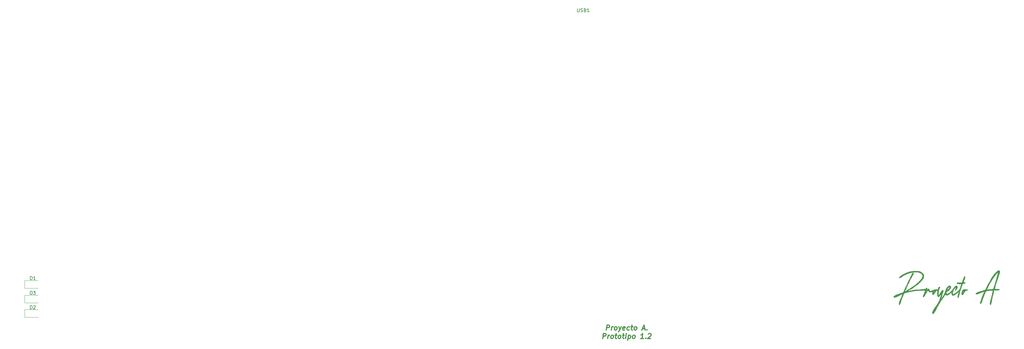
<source format=gbr>
%TF.GenerationSoftware,KiCad,Pcbnew,(5.1.6)-1*%
%TF.CreationDate,2020-07-28T20:53:14+02:00*%
%TF.ProjectId,Proyecto A,50726f79-6563-4746-9f20-412e6b696361,rev?*%
%TF.SameCoordinates,Original*%
%TF.FileFunction,Legend,Top*%
%TF.FilePolarity,Positive*%
%FSLAX46Y46*%
G04 Gerber Fmt 4.6, Leading zero omitted, Abs format (unit mm)*
G04 Created by KiCad (PCBNEW (5.1.6)-1) date 2020-07-28 20:53:14*
%MOMM*%
%LPD*%
G01*
G04 APERTURE LIST*
%ADD10C,0.300000*%
%ADD11C,0.010000*%
%ADD12C,0.120000*%
%ADD13C,0.150000*%
G04 APERTURE END LIST*
D10*
X238139900Y-93630571D02*
X238327400Y-92130571D01*
X238898828Y-92130571D01*
X239032757Y-92202000D01*
X239095257Y-92273428D01*
X239148828Y-92416285D01*
X239122042Y-92630571D01*
X239032757Y-92773428D01*
X238952400Y-92844857D01*
X238800614Y-92916285D01*
X238229185Y-92916285D01*
X239639900Y-93630571D02*
X239764900Y-92630571D01*
X239729185Y-92916285D02*
X239818471Y-92773428D01*
X239898828Y-92702000D01*
X240050614Y-92630571D01*
X240193471Y-92630571D01*
X240782757Y-93630571D02*
X240648828Y-93559142D01*
X240586328Y-93487714D01*
X240532757Y-93344857D01*
X240586328Y-92916285D01*
X240675614Y-92773428D01*
X240755971Y-92702000D01*
X240907757Y-92630571D01*
X241122042Y-92630571D01*
X241255971Y-92702000D01*
X241318471Y-92773428D01*
X241372042Y-92916285D01*
X241318471Y-93344857D01*
X241229185Y-93487714D01*
X241148828Y-93559142D01*
X240997042Y-93630571D01*
X240782757Y-93630571D01*
X241907757Y-92630571D02*
X242139900Y-93630571D01*
X242622042Y-92630571D02*
X242139900Y-93630571D01*
X241952400Y-93987714D01*
X241872042Y-94059142D01*
X241720257Y-94130571D01*
X243648828Y-93559142D02*
X243497042Y-93630571D01*
X243211328Y-93630571D01*
X243077400Y-93559142D01*
X243023828Y-93416285D01*
X243095257Y-92844857D01*
X243184542Y-92702000D01*
X243336328Y-92630571D01*
X243622042Y-92630571D01*
X243755971Y-92702000D01*
X243809542Y-92844857D01*
X243791685Y-92987714D01*
X243059542Y-93130571D01*
X245005971Y-93559142D02*
X244854185Y-93630571D01*
X244568471Y-93630571D01*
X244434542Y-93559142D01*
X244372042Y-93487714D01*
X244318471Y-93344857D01*
X244372042Y-92916285D01*
X244461328Y-92773428D01*
X244541685Y-92702000D01*
X244693471Y-92630571D01*
X244979185Y-92630571D01*
X245113114Y-92702000D01*
X245550614Y-92630571D02*
X246122042Y-92630571D01*
X245827400Y-92130571D02*
X245666685Y-93416285D01*
X245720257Y-93559142D01*
X245854185Y-93630571D01*
X245997042Y-93630571D01*
X246711328Y-93630571D02*
X246577400Y-93559142D01*
X246514900Y-93487714D01*
X246461328Y-93344857D01*
X246514900Y-92916285D01*
X246604185Y-92773428D01*
X246684542Y-92702000D01*
X246836328Y-92630571D01*
X247050614Y-92630571D01*
X247184542Y-92702000D01*
X247247042Y-92773428D01*
X247300614Y-92916285D01*
X247247042Y-93344857D01*
X247157757Y-93487714D01*
X247077400Y-93559142D01*
X246925614Y-93630571D01*
X246711328Y-93630571D01*
X248979185Y-93202000D02*
X249693471Y-93202000D01*
X248782757Y-93630571D02*
X249470257Y-92130571D01*
X249782757Y-93630571D01*
X250300614Y-93487714D02*
X250363114Y-93559142D01*
X250282757Y-93630571D01*
X250220257Y-93559142D01*
X250300614Y-93487714D01*
X250282757Y-93630571D01*
X237068471Y-96180571D02*
X237255971Y-94680571D01*
X237827400Y-94680571D01*
X237961328Y-94752000D01*
X238023828Y-94823428D01*
X238077400Y-94966285D01*
X238050614Y-95180571D01*
X237961328Y-95323428D01*
X237880971Y-95394857D01*
X237729185Y-95466285D01*
X237157757Y-95466285D01*
X238568471Y-96180571D02*
X238693471Y-95180571D01*
X238657757Y-95466285D02*
X238747042Y-95323428D01*
X238827400Y-95252000D01*
X238979185Y-95180571D01*
X239122042Y-95180571D01*
X239711328Y-96180571D02*
X239577400Y-96109142D01*
X239514900Y-96037714D01*
X239461328Y-95894857D01*
X239514900Y-95466285D01*
X239604185Y-95323428D01*
X239684542Y-95252000D01*
X239836328Y-95180571D01*
X240050614Y-95180571D01*
X240184542Y-95252000D01*
X240247042Y-95323428D01*
X240300614Y-95466285D01*
X240247042Y-95894857D01*
X240157757Y-96037714D01*
X240077400Y-96109142D01*
X239925614Y-96180571D01*
X239711328Y-96180571D01*
X240764900Y-95180571D02*
X241336328Y-95180571D01*
X241041685Y-94680571D02*
X240880971Y-95966285D01*
X240934542Y-96109142D01*
X241068471Y-96180571D01*
X241211328Y-96180571D01*
X241925614Y-96180571D02*
X241791685Y-96109142D01*
X241729185Y-96037714D01*
X241675614Y-95894857D01*
X241729185Y-95466285D01*
X241818471Y-95323428D01*
X241898828Y-95252000D01*
X242050614Y-95180571D01*
X242264900Y-95180571D01*
X242398828Y-95252000D01*
X242461328Y-95323428D01*
X242514900Y-95466285D01*
X242461328Y-95894857D01*
X242372042Y-96037714D01*
X242291685Y-96109142D01*
X242139900Y-96180571D01*
X241925614Y-96180571D01*
X242979185Y-95180571D02*
X243550614Y-95180571D01*
X243255971Y-94680571D02*
X243095257Y-95966285D01*
X243148828Y-96109142D01*
X243282757Y-96180571D01*
X243425614Y-96180571D01*
X243925614Y-96180571D02*
X244050614Y-95180571D01*
X244113114Y-94680571D02*
X244032757Y-94752000D01*
X244095257Y-94823428D01*
X244175614Y-94752000D01*
X244113114Y-94680571D01*
X244095257Y-94823428D01*
X244764900Y-95180571D02*
X244577400Y-96680571D01*
X244755971Y-95252000D02*
X244907757Y-95180571D01*
X245193471Y-95180571D01*
X245327400Y-95252000D01*
X245389900Y-95323428D01*
X245443471Y-95466285D01*
X245389900Y-95894857D01*
X245300614Y-96037714D01*
X245220257Y-96109142D01*
X245068471Y-96180571D01*
X244782757Y-96180571D01*
X244648828Y-96109142D01*
X246211328Y-96180571D02*
X246077400Y-96109142D01*
X246014900Y-96037714D01*
X245961328Y-95894857D01*
X246014900Y-95466285D01*
X246104185Y-95323428D01*
X246184542Y-95252000D01*
X246336328Y-95180571D01*
X246550614Y-95180571D01*
X246684542Y-95252000D01*
X246747042Y-95323428D01*
X246800614Y-95466285D01*
X246747042Y-95894857D01*
X246657757Y-96037714D01*
X246577400Y-96109142D01*
X246425614Y-96180571D01*
X246211328Y-96180571D01*
X249282757Y-96180571D02*
X248425614Y-96180571D01*
X248854185Y-96180571D02*
X249041685Y-94680571D01*
X248872042Y-94894857D01*
X248711328Y-95037714D01*
X248559542Y-95109142D01*
X249943471Y-96037714D02*
X250005971Y-96109142D01*
X249925614Y-96180571D01*
X249863114Y-96109142D01*
X249943471Y-96037714D01*
X249925614Y-96180571D01*
X250738114Y-94823428D02*
X250818471Y-94752000D01*
X250970257Y-94680571D01*
X251327400Y-94680571D01*
X251461328Y-94752000D01*
X251523828Y-94823428D01*
X251577400Y-94966285D01*
X251559542Y-95109142D01*
X251461328Y-95323428D01*
X250497042Y-96180571D01*
X251425614Y-96180571D01*
D11*
%TO.C,G\u002A\u002A\u002A*%
G36*
X331388893Y-75887556D02*
G01*
X331889928Y-75953170D01*
X332272688Y-76064101D01*
X332295733Y-76074373D01*
X332789381Y-76361924D01*
X333120614Y-76696385D01*
X333290487Y-77080502D01*
X333300058Y-77517022D01*
X333150383Y-78008689D01*
X333089703Y-78137557D01*
X332831158Y-78536998D01*
X332433878Y-78991633D01*
X331913761Y-79487638D01*
X331286702Y-80011188D01*
X330568595Y-80548457D01*
X329775337Y-81085621D01*
X329497227Y-81262098D01*
X329142502Y-81485109D01*
X328846039Y-81674497D01*
X328634107Y-81813252D01*
X328532972Y-81884364D01*
X328528067Y-81889703D01*
X328603631Y-81885256D01*
X328801737Y-81851855D01*
X329079503Y-81796732D01*
X329079635Y-81796704D01*
X329664787Y-81689981D01*
X330363378Y-81588044D01*
X331119525Y-81497650D01*
X331877346Y-81425554D01*
X332507400Y-81382282D01*
X333010693Y-81353422D01*
X333370666Y-81325476D01*
X333613212Y-81292954D01*
X333764224Y-81250368D01*
X333849594Y-81192229D01*
X333895214Y-81113050D01*
X333904462Y-81086136D01*
X334005478Y-80949096D01*
X334142629Y-80925441D01*
X334247985Y-81026352D01*
X334249179Y-81029399D01*
X334251736Y-81183649D01*
X334198376Y-81389233D01*
X334104440Y-81636667D01*
X334367333Y-81385042D01*
X334595843Y-81222163D01*
X334776363Y-81220835D01*
X334913516Y-81382550D01*
X334983777Y-81584121D01*
X335067889Y-81785915D01*
X335175170Y-81902444D01*
X335180780Y-81904830D01*
X335313955Y-81892744D01*
X335548450Y-81815980D01*
X335836695Y-81690515D01*
X335875827Y-81671365D01*
X336208447Y-81518102D01*
X336468827Y-81436474D01*
X336728939Y-81409374D01*
X336958093Y-81414098D01*
X337471787Y-81438828D01*
X337572316Y-81103291D01*
X337691374Y-80811734D01*
X337829179Y-80639799D01*
X337966770Y-80606607D01*
X338026705Y-80645105D01*
X338064679Y-80758292D01*
X338018556Y-80962348D01*
X337946840Y-81145283D01*
X337829628Y-81478372D01*
X337736932Y-81852278D01*
X337672230Y-82232226D01*
X337638999Y-82583440D01*
X337640715Y-82871142D01*
X337680854Y-83060557D01*
X337749588Y-83118333D01*
X337823863Y-83052486D01*
X337946607Y-82885433D01*
X338014879Y-82778444D01*
X338286792Y-82338368D01*
X338490613Y-82024156D01*
X338642605Y-81814846D01*
X338759031Y-81689477D01*
X338856154Y-81627086D01*
X338921698Y-81609611D01*
X339051797Y-81614685D01*
X339103601Y-81710979D01*
X339111029Y-81863611D01*
X339083906Y-82047285D01*
X339009949Y-82350898D01*
X338899840Y-82735126D01*
X338764260Y-83160642D01*
X338736034Y-83244283D01*
X338601636Y-83645463D01*
X338492284Y-83984786D01*
X338417233Y-84232504D01*
X338385743Y-84358866D01*
X338386150Y-84368639D01*
X338443488Y-84319490D01*
X338563523Y-84155427D01*
X338725821Y-83909059D01*
X338909944Y-83612993D01*
X339095459Y-83299839D01*
X339261928Y-83002202D01*
X339355550Y-82821827D01*
X339525400Y-82448500D01*
X339695772Y-82026067D01*
X339789820Y-81763667D01*
X339895514Y-81501155D01*
X340314419Y-81501155D01*
X340390228Y-81516871D01*
X340564497Y-81403833D01*
X340731341Y-81229036D01*
X340880004Y-81011113D01*
X340966565Y-80818226D01*
X340974067Y-80768182D01*
X340928081Y-80699977D01*
X340812039Y-80743357D01*
X340658812Y-80875446D01*
X340501274Y-81073370D01*
X340473634Y-81116422D01*
X340341267Y-81364655D01*
X340314419Y-81501155D01*
X339895514Y-81501155D01*
X340039823Y-81142738D01*
X340323346Y-80686630D01*
X340641415Y-80393976D01*
X340903726Y-80280815D01*
X341088532Y-80269719D01*
X341224360Y-80374817D01*
X341274412Y-80445574D01*
X341357604Y-80592119D01*
X341374917Y-80722675D01*
X341326356Y-80905348D01*
X341274468Y-81045130D01*
X341082193Y-81386065D01*
X340801797Y-81689076D01*
X340483891Y-81906252D01*
X340290470Y-81976709D01*
X340114312Y-82057532D01*
X340031946Y-82233053D01*
X340020500Y-82297604D01*
X340007569Y-82593947D01*
X340083940Y-82748912D01*
X340258390Y-82768410D01*
X340539693Y-82658352D01*
X340548967Y-82653580D01*
X340853455Y-82455100D01*
X341207705Y-82162238D01*
X341564568Y-81819474D01*
X341876897Y-81471285D01*
X342052115Y-81235543D01*
X342291372Y-80883995D01*
X342479995Y-80645599D01*
X342649728Y-80485564D01*
X342832319Y-80369099D01*
X342852281Y-80358627D01*
X343028557Y-80286793D01*
X343144723Y-80314214D01*
X343212314Y-80373342D01*
X343312759Y-80555951D01*
X343344733Y-80740397D01*
X343306239Y-80949782D01*
X343209019Y-81211139D01*
X343080467Y-81468442D01*
X342947974Y-81665662D01*
X342854187Y-81743738D01*
X342739793Y-81723951D01*
X342701574Y-81585681D01*
X342741174Y-81362491D01*
X342825331Y-81154693D01*
X342936469Y-80895028D01*
X342949016Y-80772307D01*
X342867446Y-80789111D01*
X342696227Y-80948024D01*
X342618255Y-81035036D01*
X342287332Y-81495734D01*
X342046206Y-81994169D01*
X341928336Y-82442439D01*
X341908206Y-82658021D01*
X341941755Y-82754418D01*
X342052795Y-82779125D01*
X342097410Y-82779667D01*
X342317269Y-82721079D01*
X342631419Y-82555017D01*
X343016752Y-82296033D01*
X343450155Y-81958679D01*
X343595207Y-81836564D01*
X343798999Y-81652435D01*
X343943764Y-81484659D01*
X344055873Y-81287548D01*
X344161694Y-81015416D01*
X344277997Y-80653615D01*
X344384175Y-80305792D01*
X344468274Y-80020654D01*
X344519503Y-79835355D01*
X344530067Y-79785782D01*
X344452091Y-79760650D01*
X344244875Y-79741726D01*
X343948487Y-79732209D01*
X343852733Y-79731667D01*
X343515257Y-79728131D01*
X343312999Y-79711849D01*
X343211898Y-79674303D01*
X343177892Y-79606979D01*
X343175400Y-79562333D01*
X343219828Y-79422644D01*
X343281233Y-79388273D01*
X343411831Y-79384083D01*
X343662847Y-79377226D01*
X343985415Y-79369026D01*
X344063855Y-79367106D01*
X344740643Y-79350667D01*
X345056244Y-78419333D01*
X345215604Y-77980073D01*
X345352472Y-77665311D01*
X345459535Y-77490794D01*
X345501545Y-77460576D01*
X345624566Y-77475511D01*
X345669077Y-77596737D01*
X345634161Y-77836137D01*
X345518896Y-78205600D01*
X345424225Y-78459999D01*
X345296417Y-78794660D01*
X345195480Y-79066048D01*
X345134594Y-79238317D01*
X345122733Y-79279912D01*
X345196302Y-79299491D01*
X345375418Y-79294424D01*
X345395385Y-79292583D01*
X345604324Y-79300623D01*
X345692049Y-79388053D01*
X345695953Y-79403918D01*
X345671192Y-79499300D01*
X345529266Y-79563447D01*
X345343023Y-79598948D01*
X345120743Y-79641724D01*
X344986228Y-79715233D01*
X344890217Y-79864373D01*
X344797637Y-80096030D01*
X344688726Y-80405206D01*
X344546681Y-80834088D01*
X344384927Y-81339572D01*
X344216891Y-81878558D01*
X344055999Y-82407942D01*
X343915676Y-82884623D01*
X343809348Y-83265500D01*
X343803470Y-83287667D01*
X343697301Y-83654494D01*
X343608215Y-83871470D01*
X343526018Y-83955867D01*
X343440512Y-83924954D01*
X343432025Y-83916825D01*
X343417274Y-83800149D01*
X343451077Y-83550075D01*
X343527523Y-83193544D01*
X343640704Y-82757494D01*
X343784708Y-82268863D01*
X343814122Y-82175271D01*
X343808183Y-82113763D01*
X343713043Y-82151300D01*
X343516225Y-82294847D01*
X343333538Y-82443572D01*
X342955726Y-82732731D01*
X342588216Y-82969052D01*
X342267182Y-83131811D01*
X342028797Y-83200283D01*
X342011233Y-83201140D01*
X341827867Y-83128384D01*
X341672023Y-82937863D01*
X341578864Y-82680977D01*
X341566733Y-82551391D01*
X341566733Y-82238449D01*
X341291567Y-82500641D01*
X340846657Y-82878587D01*
X340462771Y-83107704D01*
X340143311Y-83186684D01*
X339891676Y-83114222D01*
X339829431Y-83062269D01*
X339742952Y-82987369D01*
X339671363Y-82982310D01*
X339589199Y-83069315D01*
X339470996Y-83270608D01*
X339366453Y-83466310D01*
X339252299Y-83654256D01*
X339062226Y-83937874D01*
X338823018Y-84278203D01*
X338570133Y-84624638D01*
X338069154Y-85369528D01*
X337562239Y-86263108D01*
X337291769Y-86797146D01*
X336948516Y-87475773D01*
X336655036Y-87999914D01*
X336406788Y-88375469D01*
X336199230Y-88608339D01*
X336027823Y-88704423D01*
X335888025Y-88669621D01*
X335865844Y-88649889D01*
X335797198Y-88489798D01*
X335830626Y-88241905D01*
X335969478Y-87899078D01*
X336062102Y-87732667D01*
X336402067Y-87732667D01*
X336444400Y-87775000D01*
X336486733Y-87732667D01*
X336444400Y-87690333D01*
X336402067Y-87732667D01*
X336062102Y-87732667D01*
X336156353Y-87563333D01*
X336486733Y-87563333D01*
X336529067Y-87605667D01*
X336571400Y-87563333D01*
X336529067Y-87521000D01*
X336486733Y-87563333D01*
X336156353Y-87563333D01*
X336217105Y-87454185D01*
X336256180Y-87394000D01*
X336571400Y-87394000D01*
X336613733Y-87436333D01*
X336656067Y-87394000D01*
X336613733Y-87351667D01*
X336571400Y-87394000D01*
X336256180Y-87394000D01*
X336576857Y-86900093D01*
X336911663Y-86423302D01*
X337218091Y-85976105D01*
X337491099Y-85537775D01*
X337704857Y-85151642D01*
X337819000Y-84901240D01*
X337971192Y-84492210D01*
X338125134Y-84061219D01*
X338270812Y-83638471D01*
X338398211Y-83254169D01*
X338497317Y-82938517D01*
X338558114Y-82721718D01*
X338570717Y-82634095D01*
X338514804Y-82682212D01*
X338404572Y-82839445D01*
X338313416Y-82988136D01*
X338060469Y-83346313D01*
X337826348Y-83542787D01*
X337621905Y-83584999D01*
X337457993Y-83480393D01*
X337345466Y-83236409D01*
X337295176Y-82860492D01*
X337317976Y-82360081D01*
X337323931Y-82309620D01*
X337357042Y-82015227D01*
X337375535Y-81796118D01*
X337375672Y-81697198D01*
X337374998Y-81696046D01*
X337287170Y-81695254D01*
X337137931Y-81724833D01*
X336960247Y-81829841D01*
X336787019Y-82067194D01*
X336706446Y-82220468D01*
X336546946Y-82505307D01*
X336373156Y-82755069D01*
X336279387Y-82860274D01*
X336122222Y-82986637D01*
X336012334Y-82997560D01*
X335930601Y-82944188D01*
X335839879Y-82765387D01*
X335846171Y-82484746D01*
X335853899Y-82457962D01*
X336149363Y-82457962D01*
X336175168Y-82504994D01*
X336254336Y-82416303D01*
X336393456Y-82183616D01*
X336449672Y-82081167D01*
X336512779Y-81922333D01*
X336496797Y-81848923D01*
X336491082Y-81848333D01*
X336398853Y-81917772D01*
X336287341Y-82083566D01*
X336192299Y-82281931D01*
X336149481Y-82449082D01*
X336149363Y-82457962D01*
X335853899Y-82457962D01*
X335938010Y-82166471D01*
X335962350Y-82078013D01*
X335912100Y-82063674D01*
X335752174Y-82121206D01*
X335682488Y-82150086D01*
X335315724Y-82252579D01*
X335026364Y-82212639D01*
X334793861Y-82025960D01*
X334740050Y-81952649D01*
X334554230Y-81675965D01*
X334291251Y-81994982D01*
X334125963Y-82224476D01*
X333925003Y-82545056D01*
X333726402Y-82895358D01*
X333686883Y-82970167D01*
X333491905Y-83320382D01*
X333340991Y-83530712D01*
X333219516Y-83620106D01*
X333180447Y-83626333D01*
X333045199Y-83590775D01*
X333015400Y-83543368D01*
X333045144Y-83434804D01*
X333125627Y-83205579D01*
X333243719Y-82891859D01*
X333354067Y-82610333D01*
X333492040Y-82259318D01*
X333602918Y-81968297D01*
X333673704Y-81771959D01*
X333692733Y-81706451D01*
X333613278Y-81684885D01*
X333394303Y-81677375D01*
X333064898Y-81682313D01*
X332654149Y-81698091D01*
X332191146Y-81723100D01*
X331704977Y-81755731D01*
X331224730Y-81794377D01*
X330779492Y-81837427D01*
X330398352Y-81883275D01*
X330336355Y-81892057D01*
X329303095Y-82069804D01*
X328232079Y-82302373D01*
X327665489Y-82445789D01*
X327538313Y-82485098D01*
X327438828Y-82542323D01*
X327350213Y-82644150D01*
X327255642Y-82817263D01*
X327138293Y-83088350D01*
X326981342Y-83484096D01*
X326933408Y-83607015D01*
X326755860Y-84074056D01*
X326581753Y-84551753D01*
X326430951Y-84984429D01*
X326323320Y-85316410D01*
X326322338Y-85319667D01*
X326195892Y-85702381D01*
X326087978Y-85933904D01*
X325987010Y-86029679D01*
X325881404Y-86005148D01*
X325836927Y-85966774D01*
X325805006Y-85847484D01*
X325838760Y-85612493D01*
X325940539Y-85254269D01*
X326112697Y-84765281D01*
X326357585Y-84137996D01*
X326567800Y-83626333D01*
X326704728Y-83290144D01*
X326809496Y-83017511D01*
X326869466Y-82842303D01*
X326877801Y-82795483D01*
X326796240Y-82818929D01*
X326599835Y-82904120D01*
X326324230Y-83035173D01*
X326187328Y-83103139D01*
X325796240Y-83294080D01*
X325379336Y-83488809D01*
X325019283Y-83648817D01*
X324981220Y-83664952D01*
X324685684Y-83782518D01*
X324501784Y-83832737D01*
X324388895Y-83822359D01*
X324321943Y-83774495D01*
X324246023Y-83616853D01*
X324254088Y-83525464D01*
X324358041Y-83425342D01*
X324593275Y-83283176D01*
X324930932Y-83111951D01*
X325342150Y-82924657D01*
X325798072Y-82734280D01*
X326269836Y-82553807D01*
X326728584Y-82396226D01*
X326843364Y-82360240D01*
X326966669Y-82315210D01*
X327068156Y-82248641D01*
X327164760Y-82134765D01*
X327273414Y-81947819D01*
X327411054Y-81662035D01*
X327594613Y-81251650D01*
X327640502Y-81147404D01*
X327828763Y-80727448D01*
X328071828Y-80197598D01*
X328350023Y-79600041D01*
X328643677Y-78976958D01*
X328933117Y-78370535D01*
X329006055Y-78219142D01*
X329294135Y-77627806D01*
X329521011Y-77175735D01*
X329695301Y-76847926D01*
X329825621Y-76629375D01*
X329920587Y-76505078D01*
X329988817Y-76460032D01*
X330015009Y-76462309D01*
X330150756Y-76507516D01*
X330185991Y-76514333D01*
X330226962Y-76579251D01*
X330191217Y-76745461D01*
X330090956Y-76970143D01*
X330022663Y-77087516D01*
X329837250Y-77401502D01*
X329598743Y-77834276D01*
X329325090Y-78350916D01*
X329034239Y-78916500D01*
X328744138Y-79496105D01*
X328472733Y-80054810D01*
X328237974Y-80557692D01*
X328228612Y-80578333D01*
X327993191Y-81096390D01*
X327822723Y-81475690D01*
X327715140Y-81732980D01*
X327668372Y-81885008D01*
X327680351Y-81948524D01*
X327749009Y-81940273D01*
X327872277Y-81877006D01*
X328048088Y-81775468D01*
X328083225Y-81755508D01*
X329018710Y-81201522D01*
X329879157Y-80640305D01*
X330654137Y-80081281D01*
X331333221Y-79533870D01*
X331905979Y-79007496D01*
X332361982Y-78511578D01*
X332690801Y-78055540D01*
X332882006Y-77648804D01*
X332928874Y-77377962D01*
X332855452Y-77036500D01*
X332625187Y-76738708D01*
X332233546Y-76478928D01*
X332191300Y-76457745D01*
X331966295Y-76353161D01*
X331770654Y-76284949D01*
X331558903Y-76246001D01*
X331285567Y-76229206D01*
X330905173Y-76227455D01*
X330729400Y-76229182D01*
X329679339Y-76314669D01*
X328697807Y-76550043D01*
X327767623Y-76941227D01*
X326871605Y-77494145D01*
X326705444Y-77616733D01*
X326431801Y-77809090D01*
X326199299Y-77945751D01*
X326046526Y-78004954D01*
X326019483Y-78003526D01*
X325914770Y-77904685D01*
X325949203Y-77754169D01*
X326104812Y-77563452D01*
X326363627Y-77344009D01*
X326707676Y-77107312D01*
X327118988Y-76864838D01*
X327579593Y-76628059D01*
X328071519Y-76408451D01*
X328576796Y-76217486D01*
X329036067Y-76077473D01*
X329593169Y-75962217D01*
X330198809Y-75892119D01*
X330811285Y-75867219D01*
X331388893Y-75887556D01*
G37*
X331388893Y-75887556D02*
X331889928Y-75953170D01*
X332272688Y-76064101D01*
X332295733Y-76074373D01*
X332789381Y-76361924D01*
X333120614Y-76696385D01*
X333290487Y-77080502D01*
X333300058Y-77517022D01*
X333150383Y-78008689D01*
X333089703Y-78137557D01*
X332831158Y-78536998D01*
X332433878Y-78991633D01*
X331913761Y-79487638D01*
X331286702Y-80011188D01*
X330568595Y-80548457D01*
X329775337Y-81085621D01*
X329497227Y-81262098D01*
X329142502Y-81485109D01*
X328846039Y-81674497D01*
X328634107Y-81813252D01*
X328532972Y-81884364D01*
X328528067Y-81889703D01*
X328603631Y-81885256D01*
X328801737Y-81851855D01*
X329079503Y-81796732D01*
X329079635Y-81796704D01*
X329664787Y-81689981D01*
X330363378Y-81588044D01*
X331119525Y-81497650D01*
X331877346Y-81425554D01*
X332507400Y-81382282D01*
X333010693Y-81353422D01*
X333370666Y-81325476D01*
X333613212Y-81292954D01*
X333764224Y-81250368D01*
X333849594Y-81192229D01*
X333895214Y-81113050D01*
X333904462Y-81086136D01*
X334005478Y-80949096D01*
X334142629Y-80925441D01*
X334247985Y-81026352D01*
X334249179Y-81029399D01*
X334251736Y-81183649D01*
X334198376Y-81389233D01*
X334104440Y-81636667D01*
X334367333Y-81385042D01*
X334595843Y-81222163D01*
X334776363Y-81220835D01*
X334913516Y-81382550D01*
X334983777Y-81584121D01*
X335067889Y-81785915D01*
X335175170Y-81902444D01*
X335180780Y-81904830D01*
X335313955Y-81892744D01*
X335548450Y-81815980D01*
X335836695Y-81690515D01*
X335875827Y-81671365D01*
X336208447Y-81518102D01*
X336468827Y-81436474D01*
X336728939Y-81409374D01*
X336958093Y-81414098D01*
X337471787Y-81438828D01*
X337572316Y-81103291D01*
X337691374Y-80811734D01*
X337829179Y-80639799D01*
X337966770Y-80606607D01*
X338026705Y-80645105D01*
X338064679Y-80758292D01*
X338018556Y-80962348D01*
X337946840Y-81145283D01*
X337829628Y-81478372D01*
X337736932Y-81852278D01*
X337672230Y-82232226D01*
X337638999Y-82583440D01*
X337640715Y-82871142D01*
X337680854Y-83060557D01*
X337749588Y-83118333D01*
X337823863Y-83052486D01*
X337946607Y-82885433D01*
X338014879Y-82778444D01*
X338286792Y-82338368D01*
X338490613Y-82024156D01*
X338642605Y-81814846D01*
X338759031Y-81689477D01*
X338856154Y-81627086D01*
X338921698Y-81609611D01*
X339051797Y-81614685D01*
X339103601Y-81710979D01*
X339111029Y-81863611D01*
X339083906Y-82047285D01*
X339009949Y-82350898D01*
X338899840Y-82735126D01*
X338764260Y-83160642D01*
X338736034Y-83244283D01*
X338601636Y-83645463D01*
X338492284Y-83984786D01*
X338417233Y-84232504D01*
X338385743Y-84358866D01*
X338386150Y-84368639D01*
X338443488Y-84319490D01*
X338563523Y-84155427D01*
X338725821Y-83909059D01*
X338909944Y-83612993D01*
X339095459Y-83299839D01*
X339261928Y-83002202D01*
X339355550Y-82821827D01*
X339525400Y-82448500D01*
X339695772Y-82026067D01*
X339789820Y-81763667D01*
X339895514Y-81501155D01*
X340314419Y-81501155D01*
X340390228Y-81516871D01*
X340564497Y-81403833D01*
X340731341Y-81229036D01*
X340880004Y-81011113D01*
X340966565Y-80818226D01*
X340974067Y-80768182D01*
X340928081Y-80699977D01*
X340812039Y-80743357D01*
X340658812Y-80875446D01*
X340501274Y-81073370D01*
X340473634Y-81116422D01*
X340341267Y-81364655D01*
X340314419Y-81501155D01*
X339895514Y-81501155D01*
X340039823Y-81142738D01*
X340323346Y-80686630D01*
X340641415Y-80393976D01*
X340903726Y-80280815D01*
X341088532Y-80269719D01*
X341224360Y-80374817D01*
X341274412Y-80445574D01*
X341357604Y-80592119D01*
X341374917Y-80722675D01*
X341326356Y-80905348D01*
X341274468Y-81045130D01*
X341082193Y-81386065D01*
X340801797Y-81689076D01*
X340483891Y-81906252D01*
X340290470Y-81976709D01*
X340114312Y-82057532D01*
X340031946Y-82233053D01*
X340020500Y-82297604D01*
X340007569Y-82593947D01*
X340083940Y-82748912D01*
X340258390Y-82768410D01*
X340539693Y-82658352D01*
X340548967Y-82653580D01*
X340853455Y-82455100D01*
X341207705Y-82162238D01*
X341564568Y-81819474D01*
X341876897Y-81471285D01*
X342052115Y-81235543D01*
X342291372Y-80883995D01*
X342479995Y-80645599D01*
X342649728Y-80485564D01*
X342832319Y-80369099D01*
X342852281Y-80358627D01*
X343028557Y-80286793D01*
X343144723Y-80314214D01*
X343212314Y-80373342D01*
X343312759Y-80555951D01*
X343344733Y-80740397D01*
X343306239Y-80949782D01*
X343209019Y-81211139D01*
X343080467Y-81468442D01*
X342947974Y-81665662D01*
X342854187Y-81743738D01*
X342739793Y-81723951D01*
X342701574Y-81585681D01*
X342741174Y-81362491D01*
X342825331Y-81154693D01*
X342936469Y-80895028D01*
X342949016Y-80772307D01*
X342867446Y-80789111D01*
X342696227Y-80948024D01*
X342618255Y-81035036D01*
X342287332Y-81495734D01*
X342046206Y-81994169D01*
X341928336Y-82442439D01*
X341908206Y-82658021D01*
X341941755Y-82754418D01*
X342052795Y-82779125D01*
X342097410Y-82779667D01*
X342317269Y-82721079D01*
X342631419Y-82555017D01*
X343016752Y-82296033D01*
X343450155Y-81958679D01*
X343595207Y-81836564D01*
X343798999Y-81652435D01*
X343943764Y-81484659D01*
X344055873Y-81287548D01*
X344161694Y-81015416D01*
X344277997Y-80653615D01*
X344384175Y-80305792D01*
X344468274Y-80020654D01*
X344519503Y-79835355D01*
X344530067Y-79785782D01*
X344452091Y-79760650D01*
X344244875Y-79741726D01*
X343948487Y-79732209D01*
X343852733Y-79731667D01*
X343515257Y-79728131D01*
X343312999Y-79711849D01*
X343211898Y-79674303D01*
X343177892Y-79606979D01*
X343175400Y-79562333D01*
X343219828Y-79422644D01*
X343281233Y-79388273D01*
X343411831Y-79384083D01*
X343662847Y-79377226D01*
X343985415Y-79369026D01*
X344063855Y-79367106D01*
X344740643Y-79350667D01*
X345056244Y-78419333D01*
X345215604Y-77980073D01*
X345352472Y-77665311D01*
X345459535Y-77490794D01*
X345501545Y-77460576D01*
X345624566Y-77475511D01*
X345669077Y-77596737D01*
X345634161Y-77836137D01*
X345518896Y-78205600D01*
X345424225Y-78459999D01*
X345296417Y-78794660D01*
X345195480Y-79066048D01*
X345134594Y-79238317D01*
X345122733Y-79279912D01*
X345196302Y-79299491D01*
X345375418Y-79294424D01*
X345395385Y-79292583D01*
X345604324Y-79300623D01*
X345692049Y-79388053D01*
X345695953Y-79403918D01*
X345671192Y-79499300D01*
X345529266Y-79563447D01*
X345343023Y-79598948D01*
X345120743Y-79641724D01*
X344986228Y-79715233D01*
X344890217Y-79864373D01*
X344797637Y-80096030D01*
X344688726Y-80405206D01*
X344546681Y-80834088D01*
X344384927Y-81339572D01*
X344216891Y-81878558D01*
X344055999Y-82407942D01*
X343915676Y-82884623D01*
X343809348Y-83265500D01*
X343803470Y-83287667D01*
X343697301Y-83654494D01*
X343608215Y-83871470D01*
X343526018Y-83955867D01*
X343440512Y-83924954D01*
X343432025Y-83916825D01*
X343417274Y-83800149D01*
X343451077Y-83550075D01*
X343527523Y-83193544D01*
X343640704Y-82757494D01*
X343784708Y-82268863D01*
X343814122Y-82175271D01*
X343808183Y-82113763D01*
X343713043Y-82151300D01*
X343516225Y-82294847D01*
X343333538Y-82443572D01*
X342955726Y-82732731D01*
X342588216Y-82969052D01*
X342267182Y-83131811D01*
X342028797Y-83200283D01*
X342011233Y-83201140D01*
X341827867Y-83128384D01*
X341672023Y-82937863D01*
X341578864Y-82680977D01*
X341566733Y-82551391D01*
X341566733Y-82238449D01*
X341291567Y-82500641D01*
X340846657Y-82878587D01*
X340462771Y-83107704D01*
X340143311Y-83186684D01*
X339891676Y-83114222D01*
X339829431Y-83062269D01*
X339742952Y-82987369D01*
X339671363Y-82982310D01*
X339589199Y-83069315D01*
X339470996Y-83270608D01*
X339366453Y-83466310D01*
X339252299Y-83654256D01*
X339062226Y-83937874D01*
X338823018Y-84278203D01*
X338570133Y-84624638D01*
X338069154Y-85369528D01*
X337562239Y-86263108D01*
X337291769Y-86797146D01*
X336948516Y-87475773D01*
X336655036Y-87999914D01*
X336406788Y-88375469D01*
X336199230Y-88608339D01*
X336027823Y-88704423D01*
X335888025Y-88669621D01*
X335865844Y-88649889D01*
X335797198Y-88489798D01*
X335830626Y-88241905D01*
X335969478Y-87899078D01*
X336062102Y-87732667D01*
X336402067Y-87732667D01*
X336444400Y-87775000D01*
X336486733Y-87732667D01*
X336444400Y-87690333D01*
X336402067Y-87732667D01*
X336062102Y-87732667D01*
X336156353Y-87563333D01*
X336486733Y-87563333D01*
X336529067Y-87605667D01*
X336571400Y-87563333D01*
X336529067Y-87521000D01*
X336486733Y-87563333D01*
X336156353Y-87563333D01*
X336217105Y-87454185D01*
X336256180Y-87394000D01*
X336571400Y-87394000D01*
X336613733Y-87436333D01*
X336656067Y-87394000D01*
X336613733Y-87351667D01*
X336571400Y-87394000D01*
X336256180Y-87394000D01*
X336576857Y-86900093D01*
X336911663Y-86423302D01*
X337218091Y-85976105D01*
X337491099Y-85537775D01*
X337704857Y-85151642D01*
X337819000Y-84901240D01*
X337971192Y-84492210D01*
X338125134Y-84061219D01*
X338270812Y-83638471D01*
X338398211Y-83254169D01*
X338497317Y-82938517D01*
X338558114Y-82721718D01*
X338570717Y-82634095D01*
X338514804Y-82682212D01*
X338404572Y-82839445D01*
X338313416Y-82988136D01*
X338060469Y-83346313D01*
X337826348Y-83542787D01*
X337621905Y-83584999D01*
X337457993Y-83480393D01*
X337345466Y-83236409D01*
X337295176Y-82860492D01*
X337317976Y-82360081D01*
X337323931Y-82309620D01*
X337357042Y-82015227D01*
X337375535Y-81796118D01*
X337375672Y-81697198D01*
X337374998Y-81696046D01*
X337287170Y-81695254D01*
X337137931Y-81724833D01*
X336960247Y-81829841D01*
X336787019Y-82067194D01*
X336706446Y-82220468D01*
X336546946Y-82505307D01*
X336373156Y-82755069D01*
X336279387Y-82860274D01*
X336122222Y-82986637D01*
X336012334Y-82997560D01*
X335930601Y-82944188D01*
X335839879Y-82765387D01*
X335846171Y-82484746D01*
X335853899Y-82457962D01*
X336149363Y-82457962D01*
X336175168Y-82504994D01*
X336254336Y-82416303D01*
X336393456Y-82183616D01*
X336449672Y-82081167D01*
X336512779Y-81922333D01*
X336496797Y-81848923D01*
X336491082Y-81848333D01*
X336398853Y-81917772D01*
X336287341Y-82083566D01*
X336192299Y-82281931D01*
X336149481Y-82449082D01*
X336149363Y-82457962D01*
X335853899Y-82457962D01*
X335938010Y-82166471D01*
X335962350Y-82078013D01*
X335912100Y-82063674D01*
X335752174Y-82121206D01*
X335682488Y-82150086D01*
X335315724Y-82252579D01*
X335026364Y-82212639D01*
X334793861Y-82025960D01*
X334740050Y-81952649D01*
X334554230Y-81675965D01*
X334291251Y-81994982D01*
X334125963Y-82224476D01*
X333925003Y-82545056D01*
X333726402Y-82895358D01*
X333686883Y-82970167D01*
X333491905Y-83320382D01*
X333340991Y-83530712D01*
X333219516Y-83620106D01*
X333180447Y-83626333D01*
X333045199Y-83590775D01*
X333015400Y-83543368D01*
X333045144Y-83434804D01*
X333125627Y-83205579D01*
X333243719Y-82891859D01*
X333354067Y-82610333D01*
X333492040Y-82259318D01*
X333602918Y-81968297D01*
X333673704Y-81771959D01*
X333692733Y-81706451D01*
X333613278Y-81684885D01*
X333394303Y-81677375D01*
X333064898Y-81682313D01*
X332654149Y-81698091D01*
X332191146Y-81723100D01*
X331704977Y-81755731D01*
X331224730Y-81794377D01*
X330779492Y-81837427D01*
X330398352Y-81883275D01*
X330336355Y-81892057D01*
X329303095Y-82069804D01*
X328232079Y-82302373D01*
X327665489Y-82445789D01*
X327538313Y-82485098D01*
X327438828Y-82542323D01*
X327350213Y-82644150D01*
X327255642Y-82817263D01*
X327138293Y-83088350D01*
X326981342Y-83484096D01*
X326933408Y-83607015D01*
X326755860Y-84074056D01*
X326581753Y-84551753D01*
X326430951Y-84984429D01*
X326323320Y-85316410D01*
X326322338Y-85319667D01*
X326195892Y-85702381D01*
X326087978Y-85933904D01*
X325987010Y-86029679D01*
X325881404Y-86005148D01*
X325836927Y-85966774D01*
X325805006Y-85847484D01*
X325838760Y-85612493D01*
X325940539Y-85254269D01*
X326112697Y-84765281D01*
X326357585Y-84137996D01*
X326567800Y-83626333D01*
X326704728Y-83290144D01*
X326809496Y-83017511D01*
X326869466Y-82842303D01*
X326877801Y-82795483D01*
X326796240Y-82818929D01*
X326599835Y-82904120D01*
X326324230Y-83035173D01*
X326187328Y-83103139D01*
X325796240Y-83294080D01*
X325379336Y-83488809D01*
X325019283Y-83648817D01*
X324981220Y-83664952D01*
X324685684Y-83782518D01*
X324501784Y-83832737D01*
X324388895Y-83822359D01*
X324321943Y-83774495D01*
X324246023Y-83616853D01*
X324254088Y-83525464D01*
X324358041Y-83425342D01*
X324593275Y-83283176D01*
X324930932Y-83111951D01*
X325342150Y-82924657D01*
X325798072Y-82734280D01*
X326269836Y-82553807D01*
X326728584Y-82396226D01*
X326843364Y-82360240D01*
X326966669Y-82315210D01*
X327068156Y-82248641D01*
X327164760Y-82134765D01*
X327273414Y-81947819D01*
X327411054Y-81662035D01*
X327594613Y-81251650D01*
X327640502Y-81147404D01*
X327828763Y-80727448D01*
X328071828Y-80197598D01*
X328350023Y-79600041D01*
X328643677Y-78976958D01*
X328933117Y-78370535D01*
X329006055Y-78219142D01*
X329294135Y-77627806D01*
X329521011Y-77175735D01*
X329695301Y-76847926D01*
X329825621Y-76629375D01*
X329920587Y-76505078D01*
X329988817Y-76460032D01*
X330015009Y-76462309D01*
X330150756Y-76507516D01*
X330185991Y-76514333D01*
X330226962Y-76579251D01*
X330191217Y-76745461D01*
X330090956Y-76970143D01*
X330022663Y-77087516D01*
X329837250Y-77401502D01*
X329598743Y-77834276D01*
X329325090Y-78350916D01*
X329034239Y-78916500D01*
X328744138Y-79496105D01*
X328472733Y-80054810D01*
X328237974Y-80557692D01*
X328228612Y-80578333D01*
X327993191Y-81096390D01*
X327822723Y-81475690D01*
X327715140Y-81732980D01*
X327668372Y-81885008D01*
X327680351Y-81948524D01*
X327749009Y-81940273D01*
X327872277Y-81877006D01*
X328048088Y-81775468D01*
X328083225Y-81755508D01*
X329018710Y-81201522D01*
X329879157Y-80640305D01*
X330654137Y-80081281D01*
X331333221Y-79533870D01*
X331905979Y-79007496D01*
X332361982Y-78511578D01*
X332690801Y-78055540D01*
X332882006Y-77648804D01*
X332928874Y-77377962D01*
X332855452Y-77036500D01*
X332625187Y-76738708D01*
X332233546Y-76478928D01*
X332191300Y-76457745D01*
X331966295Y-76353161D01*
X331770654Y-76284949D01*
X331558903Y-76246001D01*
X331285567Y-76229206D01*
X330905173Y-76227455D01*
X330729400Y-76229182D01*
X329679339Y-76314669D01*
X328697807Y-76550043D01*
X327767623Y-76941227D01*
X326871605Y-77494145D01*
X326705444Y-77616733D01*
X326431801Y-77809090D01*
X326199299Y-77945751D01*
X326046526Y-78004954D01*
X326019483Y-78003526D01*
X325914770Y-77904685D01*
X325949203Y-77754169D01*
X326104812Y-77563452D01*
X326363627Y-77344009D01*
X326707676Y-77107312D01*
X327118988Y-76864838D01*
X327579593Y-76628059D01*
X328071519Y-76408451D01*
X328576796Y-76217486D01*
X329036067Y-76077473D01*
X329593169Y-75962217D01*
X330198809Y-75892119D01*
X330811285Y-75867219D01*
X331388893Y-75887556D01*
G36*
X355898811Y-75737396D02*
G01*
X355911239Y-75746944D01*
X356010806Y-75910025D01*
X356044733Y-76097401D01*
X356019134Y-76239850D01*
X355946972Y-76519203D01*
X355835205Y-76911710D01*
X355690787Y-77393619D01*
X355520674Y-77941180D01*
X355334891Y-78521201D01*
X355143738Y-79112729D01*
X354967712Y-79663828D01*
X354814394Y-80150259D01*
X354691362Y-80547785D01*
X354606197Y-80832166D01*
X354566937Y-80976980D01*
X354508825Y-81248626D01*
X355212343Y-81273313D01*
X355565832Y-81291031D01*
X355783193Y-81319049D01*
X355897615Y-81365205D01*
X355942285Y-81437339D01*
X355944172Y-81446167D01*
X355941117Y-81515294D01*
X355880166Y-81558980D01*
X355731640Y-81582909D01*
X355465860Y-81592762D01*
X355170322Y-81594333D01*
X354368161Y-81594333D01*
X353985075Y-83181833D01*
X353861281Y-83701283D01*
X353748518Y-84186506D01*
X353654162Y-84604809D01*
X353585591Y-84923500D01*
X353550465Y-85108000D01*
X353488683Y-85485326D01*
X353435206Y-85726953D01*
X353379693Y-85865486D01*
X353311807Y-85933531D01*
X353284688Y-85946166D01*
X353152036Y-85923682D01*
X353110176Y-85865201D01*
X353094981Y-85744133D01*
X353112646Y-85532191D01*
X353165844Y-85215998D01*
X353257250Y-84782176D01*
X353389539Y-84217349D01*
X353565385Y-83508139D01*
X353640612Y-83211984D01*
X353758667Y-82737361D01*
X353856287Y-82321078D01*
X353927636Y-81990080D01*
X353966878Y-81771311D01*
X353969753Y-81692464D01*
X353872668Y-81683190D01*
X353649092Y-81692664D01*
X353340290Y-81716583D01*
X352987527Y-81750640D01*
X352632069Y-81790530D01*
X352315181Y-81831946D01*
X352078128Y-81870585D01*
X351962576Y-81901888D01*
X351870845Y-82023954D01*
X351732872Y-82302533D01*
X351551034Y-82731934D01*
X351327709Y-83306466D01*
X351065277Y-84020439D01*
X350994212Y-84219000D01*
X350832095Y-84666309D01*
X350683884Y-85060759D01*
X350560965Y-85373149D01*
X350474723Y-85574279D01*
X350443228Y-85632134D01*
X350308924Y-85694369D01*
X350172727Y-85645093D01*
X350118067Y-85526888D01*
X350147453Y-85407857D01*
X350227977Y-85162151D01*
X350348189Y-84820435D01*
X350496637Y-84413375D01*
X350661870Y-83971636D01*
X350832436Y-83525885D01*
X350996886Y-83106787D01*
X351143766Y-82745009D01*
X351246680Y-82504500D01*
X351347546Y-82254399D01*
X351398383Y-82078735D01*
X351390153Y-82017667D01*
X351263642Y-82046668D01*
X351021205Y-82123642D01*
X350704086Y-82233540D01*
X350353529Y-82361315D01*
X350010779Y-82491920D01*
X349717079Y-82610306D01*
X349513673Y-82701428D01*
X349507606Y-82704492D01*
X349176666Y-82836322D01*
X348943546Y-82848433D01*
X348818622Y-82740330D01*
X348817513Y-82737502D01*
X348850303Y-82600649D01*
X349046714Y-82443567D01*
X349407732Y-82265796D01*
X349934342Y-82066874D01*
X350627528Y-81846341D01*
X350878571Y-81772888D01*
X351275719Y-81651028D01*
X351538727Y-81548329D01*
X351666404Y-81469809D01*
X352163082Y-81469809D01*
X352190104Y-81502769D01*
X352268408Y-81482371D01*
X352407302Y-81453294D01*
X352662228Y-81419250D01*
X352980302Y-81387210D01*
X353009241Y-81384744D01*
X353465828Y-81346269D01*
X353783643Y-81310691D01*
X353992290Y-81262941D01*
X354121376Y-81187950D01*
X354200505Y-81070648D01*
X354259282Y-80895967D01*
X354306047Y-80724660D01*
X354374173Y-80484954D01*
X354481648Y-80116044D01*
X354618772Y-79650798D01*
X354775845Y-79122087D01*
X354943165Y-78562779D01*
X354994021Y-78393562D01*
X355151883Y-77863575D01*
X355291682Y-77384062D01*
X355406346Y-76980116D01*
X355488807Y-76676830D01*
X355531994Y-76499296D01*
X355536733Y-76467396D01*
X355508864Y-76363464D01*
X355416788Y-76375415D01*
X355247807Y-76510053D01*
X355014398Y-76747166D01*
X354666436Y-77161529D01*
X354269811Y-77707114D01*
X353840452Y-78358614D01*
X353394287Y-79090721D01*
X352947245Y-79878128D01*
X352515255Y-80695527D01*
X352457822Y-80809053D01*
X352290141Y-81147120D01*
X352194161Y-81359316D01*
X352163082Y-81469809D01*
X351666404Y-81469809D01*
X351699265Y-81449600D01*
X351789005Y-81339648D01*
X351791462Y-81335008D01*
X352272738Y-80415641D01*
X352687472Y-79632874D01*
X353044617Y-78971736D01*
X353353125Y-78417256D01*
X353621951Y-77954462D01*
X353860047Y-77568382D01*
X354076366Y-77244045D01*
X354279862Y-76966479D01*
X354479486Y-76720711D01*
X354684193Y-76491772D01*
X354693976Y-76481295D01*
X355103119Y-76078698D01*
X355442517Y-75819181D01*
X355708854Y-75704747D01*
X355898811Y-75737396D01*
G37*
X355898811Y-75737396D02*
X355911239Y-75746944D01*
X356010806Y-75910025D01*
X356044733Y-76097401D01*
X356019134Y-76239850D01*
X355946972Y-76519203D01*
X355835205Y-76911710D01*
X355690787Y-77393619D01*
X355520674Y-77941180D01*
X355334891Y-78521201D01*
X355143738Y-79112729D01*
X354967712Y-79663828D01*
X354814394Y-80150259D01*
X354691362Y-80547785D01*
X354606197Y-80832166D01*
X354566937Y-80976980D01*
X354508825Y-81248626D01*
X355212343Y-81273313D01*
X355565832Y-81291031D01*
X355783193Y-81319049D01*
X355897615Y-81365205D01*
X355942285Y-81437339D01*
X355944172Y-81446167D01*
X355941117Y-81515294D01*
X355880166Y-81558980D01*
X355731640Y-81582909D01*
X355465860Y-81592762D01*
X355170322Y-81594333D01*
X354368161Y-81594333D01*
X353985075Y-83181833D01*
X353861281Y-83701283D01*
X353748518Y-84186506D01*
X353654162Y-84604809D01*
X353585591Y-84923500D01*
X353550465Y-85108000D01*
X353488683Y-85485326D01*
X353435206Y-85726953D01*
X353379693Y-85865486D01*
X353311807Y-85933531D01*
X353284688Y-85946166D01*
X353152036Y-85923682D01*
X353110176Y-85865201D01*
X353094981Y-85744133D01*
X353112646Y-85532191D01*
X353165844Y-85215998D01*
X353257250Y-84782176D01*
X353389539Y-84217349D01*
X353565385Y-83508139D01*
X353640612Y-83211984D01*
X353758667Y-82737361D01*
X353856287Y-82321078D01*
X353927636Y-81990080D01*
X353966878Y-81771311D01*
X353969753Y-81692464D01*
X353872668Y-81683190D01*
X353649092Y-81692664D01*
X353340290Y-81716583D01*
X352987527Y-81750640D01*
X352632069Y-81790530D01*
X352315181Y-81831946D01*
X352078128Y-81870585D01*
X351962576Y-81901888D01*
X351870845Y-82023954D01*
X351732872Y-82302533D01*
X351551034Y-82731934D01*
X351327709Y-83306466D01*
X351065277Y-84020439D01*
X350994212Y-84219000D01*
X350832095Y-84666309D01*
X350683884Y-85060759D01*
X350560965Y-85373149D01*
X350474723Y-85574279D01*
X350443228Y-85632134D01*
X350308924Y-85694369D01*
X350172727Y-85645093D01*
X350118067Y-85526888D01*
X350147453Y-85407857D01*
X350227977Y-85162151D01*
X350348189Y-84820435D01*
X350496637Y-84413375D01*
X350661870Y-83971636D01*
X350832436Y-83525885D01*
X350996886Y-83106787D01*
X351143766Y-82745009D01*
X351246680Y-82504500D01*
X351347546Y-82254399D01*
X351398383Y-82078735D01*
X351390153Y-82017667D01*
X351263642Y-82046668D01*
X351021205Y-82123642D01*
X350704086Y-82233540D01*
X350353529Y-82361315D01*
X350010779Y-82491920D01*
X349717079Y-82610306D01*
X349513673Y-82701428D01*
X349507606Y-82704492D01*
X349176666Y-82836322D01*
X348943546Y-82848433D01*
X348818622Y-82740330D01*
X348817513Y-82737502D01*
X348850303Y-82600649D01*
X349046714Y-82443567D01*
X349407732Y-82265796D01*
X349934342Y-82066874D01*
X350627528Y-81846341D01*
X350878571Y-81772888D01*
X351275719Y-81651028D01*
X351538727Y-81548329D01*
X351666404Y-81469809D01*
X352163082Y-81469809D01*
X352190104Y-81502769D01*
X352268408Y-81482371D01*
X352407302Y-81453294D01*
X352662228Y-81419250D01*
X352980302Y-81387210D01*
X353009241Y-81384744D01*
X353465828Y-81346269D01*
X353783643Y-81310691D01*
X353992290Y-81262941D01*
X354121376Y-81187950D01*
X354200505Y-81070648D01*
X354259282Y-80895967D01*
X354306047Y-80724660D01*
X354374173Y-80484954D01*
X354481648Y-80116044D01*
X354618772Y-79650798D01*
X354775845Y-79122087D01*
X354943165Y-78562779D01*
X354994021Y-78393562D01*
X355151883Y-77863575D01*
X355291682Y-77384062D01*
X355406346Y-76980116D01*
X355488807Y-76676830D01*
X355531994Y-76499296D01*
X355536733Y-76467396D01*
X355508864Y-76363464D01*
X355416788Y-76375415D01*
X355247807Y-76510053D01*
X355014398Y-76747166D01*
X354666436Y-77161529D01*
X354269811Y-77707114D01*
X353840452Y-78358614D01*
X353394287Y-79090721D01*
X352947245Y-79878128D01*
X352515255Y-80695527D01*
X352457822Y-80809053D01*
X352290141Y-81147120D01*
X352194161Y-81359316D01*
X352163082Y-81469809D01*
X351666404Y-81469809D01*
X351699265Y-81449600D01*
X351789005Y-81339648D01*
X351791462Y-81335008D01*
X352272738Y-80415641D01*
X352687472Y-79632874D01*
X353044617Y-78971736D01*
X353353125Y-78417256D01*
X353621951Y-77954462D01*
X353860047Y-77568382D01*
X354076366Y-77244045D01*
X354279862Y-76966479D01*
X354479486Y-76720711D01*
X354684193Y-76491772D01*
X354693976Y-76481295D01*
X355103119Y-76078698D01*
X355442517Y-75819181D01*
X355708854Y-75704747D01*
X355898811Y-75737396D01*
G36*
X345670041Y-81398482D02*
G01*
X345825138Y-81406157D01*
X346187388Y-81441779D01*
X346397672Y-81494812D01*
X346451769Y-81559445D01*
X346345460Y-81629868D01*
X346074522Y-81700270D01*
X346043059Y-81706197D01*
X345814549Y-81761606D01*
X345668395Y-81852975D01*
X345549412Y-82026955D01*
X345466645Y-82193486D01*
X345290639Y-82514616D01*
X345099287Y-82785306D01*
X344921127Y-82970064D01*
X344791088Y-83033667D01*
X344686877Y-82967633D01*
X344618369Y-82871126D01*
X344595071Y-82694839D01*
X344619847Y-82512782D01*
X344909663Y-82512782D01*
X344982352Y-82440576D01*
X345125486Y-82224880D01*
X345229180Y-82027802D01*
X345266449Y-81894050D01*
X345259391Y-81872102D01*
X345201014Y-81845382D01*
X345137615Y-81910128D01*
X345047547Y-82094457D01*
X344997304Y-82212515D01*
X344913631Y-82436664D01*
X344909663Y-82512782D01*
X344619847Y-82512782D01*
X344632170Y-82422233D01*
X344713807Y-82108178D01*
X344824125Y-81807547D01*
X344947263Y-81575211D01*
X345015996Y-81495313D01*
X345143839Y-81428231D01*
X345349229Y-81397345D01*
X345670041Y-81398482D01*
G37*
X345670041Y-81398482D02*
X345825138Y-81406157D01*
X346187388Y-81441779D01*
X346397672Y-81494812D01*
X346451769Y-81559445D01*
X346345460Y-81629868D01*
X346074522Y-81700270D01*
X346043059Y-81706197D01*
X345814549Y-81761606D01*
X345668395Y-81852975D01*
X345549412Y-82026955D01*
X345466645Y-82193486D01*
X345290639Y-82514616D01*
X345099287Y-82785306D01*
X344921127Y-82970064D01*
X344791088Y-83033667D01*
X344686877Y-82967633D01*
X344618369Y-82871126D01*
X344595071Y-82694839D01*
X344619847Y-82512782D01*
X344909663Y-82512782D01*
X344982352Y-82440576D01*
X345125486Y-82224880D01*
X345229180Y-82027802D01*
X345266449Y-81894050D01*
X345259391Y-81872102D01*
X345201014Y-81845382D01*
X345137615Y-81910128D01*
X345047547Y-82094457D01*
X344997304Y-82212515D01*
X344913631Y-82436664D01*
X344909663Y-82512782D01*
X344619847Y-82512782D01*
X344632170Y-82422233D01*
X344713807Y-82108178D01*
X344824125Y-81807547D01*
X344947263Y-81575211D01*
X345015996Y-81495313D01*
X345143839Y-81428231D01*
X345349229Y-81397345D01*
X345670041Y-81398482D01*
D12*
%TO.C,D3*%
X67839900Y-83177000D02*
X63779900Y-83177000D01*
X63779900Y-83177000D02*
X63779900Y-85447000D01*
X63779900Y-85447000D02*
X67839900Y-85447000D01*
%TO.C,D2*%
X67839900Y-87502000D02*
X63779900Y-87502000D01*
X63779900Y-87502000D02*
X63779900Y-89772000D01*
X63779900Y-89772000D02*
X67839900Y-89772000D01*
%TO.C,D1*%
X67839900Y-78752000D02*
X63779900Y-78752000D01*
X63779900Y-78752000D02*
X63779900Y-81022000D01*
X63779900Y-81022000D02*
X67839900Y-81022000D01*
%TO.C,USB1*%
D13*
X229464304Y2995619D02*
X229464304Y2186095D01*
X229511923Y2090857D01*
X229559542Y2043238D01*
X229654780Y1995619D01*
X229845257Y1995619D01*
X229940495Y2043238D01*
X229988114Y2090857D01*
X230035733Y2186095D01*
X230035733Y2995619D01*
X230464304Y2043238D02*
X230607161Y1995619D01*
X230845257Y1995619D01*
X230940495Y2043238D01*
X230988114Y2090857D01*
X231035733Y2186095D01*
X231035733Y2281333D01*
X230988114Y2376571D01*
X230940495Y2424190D01*
X230845257Y2471809D01*
X230654780Y2519428D01*
X230559542Y2567047D01*
X230511923Y2614666D01*
X230464304Y2709904D01*
X230464304Y2805142D01*
X230511923Y2900380D01*
X230559542Y2948000D01*
X230654780Y2995619D01*
X230892876Y2995619D01*
X231035733Y2948000D01*
X231797638Y2519428D02*
X231940495Y2471809D01*
X231988114Y2424190D01*
X232035733Y2328952D01*
X232035733Y2186095D01*
X231988114Y2090857D01*
X231940495Y2043238D01*
X231845257Y1995619D01*
X231464304Y1995619D01*
X231464304Y2995619D01*
X231797638Y2995619D01*
X231892876Y2948000D01*
X231940495Y2900380D01*
X231988114Y2805142D01*
X231988114Y2709904D01*
X231940495Y2614666D01*
X231892876Y2567047D01*
X231797638Y2519428D01*
X231464304Y2519428D01*
X232988114Y1995619D02*
X232416685Y1995619D01*
X232702400Y1995619D02*
X232702400Y2995619D01*
X232607161Y2852761D01*
X232511923Y2757523D01*
X232416685Y2709904D01*
%TO.C,D3*%
X65501804Y-82944380D02*
X65501804Y-81944380D01*
X65739900Y-81944380D01*
X65882757Y-81992000D01*
X65977995Y-82087238D01*
X66025614Y-82182476D01*
X66073233Y-82372952D01*
X66073233Y-82515809D01*
X66025614Y-82706285D01*
X65977995Y-82801523D01*
X65882757Y-82896761D01*
X65739900Y-82944380D01*
X65501804Y-82944380D01*
X66406566Y-81944380D02*
X67025614Y-81944380D01*
X66692280Y-82325333D01*
X66835138Y-82325333D01*
X66930376Y-82372952D01*
X66977995Y-82420571D01*
X67025614Y-82515809D01*
X67025614Y-82753904D01*
X66977995Y-82849142D01*
X66930376Y-82896761D01*
X66835138Y-82944380D01*
X66549423Y-82944380D01*
X66454185Y-82896761D01*
X66406566Y-82849142D01*
%TO.C,D2*%
X65501804Y-87269380D02*
X65501804Y-86269380D01*
X65739900Y-86269380D01*
X65882757Y-86317000D01*
X65977995Y-86412238D01*
X66025614Y-86507476D01*
X66073233Y-86697952D01*
X66073233Y-86840809D01*
X66025614Y-87031285D01*
X65977995Y-87126523D01*
X65882757Y-87221761D01*
X65739900Y-87269380D01*
X65501804Y-87269380D01*
X66454185Y-86364619D02*
X66501804Y-86317000D01*
X66597042Y-86269380D01*
X66835138Y-86269380D01*
X66930376Y-86317000D01*
X66977995Y-86364619D01*
X67025614Y-86459857D01*
X67025614Y-86555095D01*
X66977995Y-86697952D01*
X66406566Y-87269380D01*
X67025614Y-87269380D01*
%TO.C,D1*%
X65501804Y-78519380D02*
X65501804Y-77519380D01*
X65739900Y-77519380D01*
X65882757Y-77567000D01*
X65977995Y-77662238D01*
X66025614Y-77757476D01*
X66073233Y-77947952D01*
X66073233Y-78090809D01*
X66025614Y-78281285D01*
X65977995Y-78376523D01*
X65882757Y-78471761D01*
X65739900Y-78519380D01*
X65501804Y-78519380D01*
X67025614Y-78519380D02*
X66454185Y-78519380D01*
X66739900Y-78519380D02*
X66739900Y-77519380D01*
X66644661Y-77662238D01*
X66549423Y-77757476D01*
X66454185Y-77805095D01*
%TD*%
M02*

</source>
